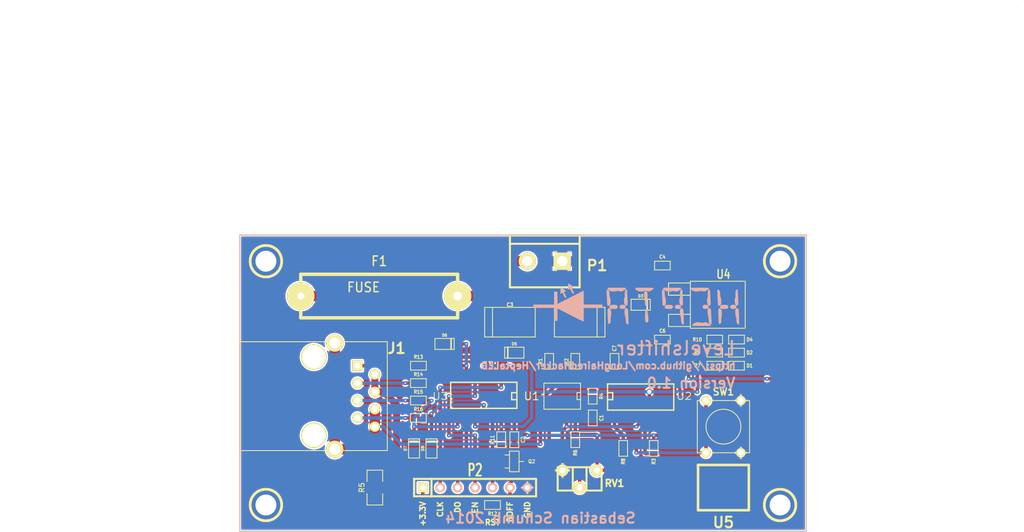
<source format=kicad_pcb>
(kicad_pcb (version 3) (host pcbnew "(2013-may-18)-stable")
  (layers (15 F.Cu signal) (0 B.Cu signal) (18 B.Paste user) (19 F.Paste user) (20 B.SilkS user) (21 F.SilkS user) (22 B.Mask user) (23 F.Mask user) (28 Edge.Cuts user))
  (net 0 "")
  (net 1 +24V)
  (net 2 +3.3V)
  (net 3 +5V)
  (net 4 3.3_Clock)
  (net 5 3.3_Data_Out)
  (net 6 3.3_Enable)
  (net 7 3.3_Reset)
  (net 8 BusOff)
  (net 9 Clock)
  (net 10 Data_Out)
  (net 11 Enable)
  (net 12 GND)
  (net 13 N-0000010)
  (net 14 N-0000015)
  (net 15 N-0000016)
  (net 16 N-0000017)
  (net 17 N-0000018)
  (net 18 N-0000019)
  (net 19 N-000002)
  (net 20 N-0000022)
  (net 21 N-0000028)
  (net 22 N-0000029)
  (net 23 N-0000030)
  (net 24 N-0000031)
  (net 25 N-0000032)
  (net 26 N-0000033)
  (net 27 N-000004)
  (net 28 N-000007)
  (net 29 PowerOn)
  (net 30 Reset)
  (net 31 Sense)
  (net 32 Shutdown)
  (module trimmer_piher_pt6xh (layer F.Cu) (at 168.275 80.01)
    (fp_text reference RV1 (at 5.08 0.635) (layer F.SilkS) (effects (font (thickness 0.25))))
    (fp_text value POT hide)
    (pad 1 thru_hole circle (at 2.49936 -1.24968) (size 1.75006 1.75006) (drill 0.89916) (layers *.Cu *.Mask F.SilkS) (net 3 +5V))
    (pad 2 thru_hole circle (at 0 1.24968) (size 1.75006 1.75006) (drill 0.89916) (layers *.Cu *.Mask F.SilkS) (net 20 N-0000022))
    (pad 3 thru_hole circle (at -2.49936 -1.24968) (size 1.75006 1.75006) (drill 0.89916) (layers *.Cu *.Mask F.SilkS) (net 12 GND))
  )
  (module SW_PUSH_SMALL (layer F.Cu) (at 189.23 72.39 90)
    (fp_text reference SW1 (at 5.08 0 180) (layer F.SilkS) (effects (font (size 1.016 1.016) (thickness 0.2032))))
    (fp_text value SW_PUSH hide)
    (pad 1 thru_hole circle (at 3.81 -2.54 90) (size 1.397 1.397) (drill 0.8128) (layers *.Cu *.Mask F.SilkS) (net 13 N-0000010))
    (pad 2 thru_hole circle (at 3.81 2.54 90) (size 1.397 1.397) (drill 0.8128) (layers *.Cu *.Mask F.SilkS) (net 12 GND))
    (pad 1 thru_hole circle (at -3.81 -2.54 90) (size 1.397 1.397) (drill 0.8128) (layers *.Cu *.Mask F.SilkS) (net 13 N-0000010))
    (pad 2 thru_hole circle (at -3.81 2.54 90) (size 1.397 1.397) (drill 0.8128) (layers *.Cu *.Mask F.SilkS) (net 12 GND))
  )
  (module sot23 (layer F.Cu) (at 158.75 77.47 270)
    (fp_text reference Q2 (at 0 -2.54 360) (layer F.SilkS) (effects (font (size 0.50038 0.50038) (thickness 0.09906))))
    (fp_text value NDS355 hide)
    (pad 1 smd rect (at -0.9525 1.05664 270) (size 0.59944 1.00076) (layers F.Cu F.Paste F.Mask) (net 18 N-0000019))
    (pad 2 smd rect (at 0 -1.05664 270) (size 0.59944 1.00076) (layers F.Cu F.Paste F.Mask) (net 27 N-000004))
    (pad 3 smd rect (at 0.9525 1.05664 270) (size 0.59944 1.00076) (layers F.Cu F.Paste F.Mask) (net 12 GND))
  )
  (module sod123 (layer F.Cu) (at 177.165 54.61)
    (fp_text reference D3 (at 0 -1.27) (layer F.SilkS) (effects (font (size 0.39878 0.39878) (thickness 0.09906))))
    (fp_text value BAT42W hide)
    (pad 2 smd rect (at 1.67386 0) (size 0.8509 0.8509) (layers F.Cu F.Paste F.Mask) (net 1 +24V))
    (pad 1 smd rect (at -1.67386 0) (size 0.8509 0.8509) (layers F.Cu F.Paste F.Mask) (net 3 +5V))
  )
  (module SO8E (layer F.Cu) (at 165.735 67.945 180)
    (fp_text reference U1 (at 4.445 0 180) (layer F.SilkS) (effects (font (size 1.143 1.143) (thickness 0.1524))))
    (fp_text value LM358 hide)
    (pad 8 smd rect (at -1.905 -2.667 180) (size 0.59944 1.39954) (layers F.Cu F.Paste F.Mask) (net 3 +5V))
    (pad 1 smd rect (at -1.905 2.667 180) (size 0.59944 1.39954) (layers F.Cu F.Paste F.Mask) (net 21 N-0000028))
    (pad 7 smd rect (at -0.635 -2.667 180) (size 0.59944 1.39954) (layers F.Cu F.Paste F.Mask) (net 32 Shutdown))
    (pad 6 smd rect (at 0.635 -2.667 180) (size 0.59944 1.39954) (layers F.Cu F.Paste F.Mask) (net 19 N-000002))
    (pad 5 smd rect (at 1.905 -2.667 180) (size 0.59944 1.39954) (layers F.Cu F.Paste F.Mask) (net 20 N-0000022))
    (pad 2 smd rect (at -0.635 2.667 180) (size 0.59944 1.39954) (layers F.Cu F.Paste F.Mask) (net 26 N-0000033))
    (pad 3 smd rect (at 0.635 2.667 180) (size 0.59944 1.39954) (layers F.Cu F.Paste F.Mask) (net 31 Sense))
    (pad 4 smd rect (at 1.905 2.667 180) (size 0.59944 1.39954) (layers F.Cu F.Paste F.Mask) (net 12 GND))
  )
  (module SM1206 (layer F.Cu) (at 138.43 81.28 270)
    (fp_text reference R5 (at 0 1.905 270) (layer F.SilkS) (effects (font (size 0.762 0.762) (thickness 0.127))))
    (fp_text value 0.05 hide)
    (pad 1 smd rect (at -1.651 0 270) (size 1.524 2.032) (layers F.Cu F.Paste F.Mask) (net 31 Sense))
    (pad 2 smd rect (at 1.651 0 270) (size 1.524 2.032) (layers F.Cu F.Paste F.Mask) (net 12 GND))
  )
  (module SM0603 (layer F.Cu) (at 191.135 63.5)
    (fp_text reference D1 (at 1.905 0) (layer F.SilkS) (effects (font (size 0.508 0.4572) (thickness 0.1143))))
    (fp_text value LED hide)
    (pad 1 smd rect (at -0.762 0) (size 0.635 1.143) (layers F.Cu F.Paste F.Mask) (net 28 N-000007))
    (pad 2 smd rect (at 0.762 0) (size 0.635 1.143) (layers F.Cu F.Paste F.Mask) (net 12 GND))
  )
  (module SM0603 (layer F.Cu) (at 174.625 75.565 270)
    (fp_text reference R8 (at 1.905 0 270) (layer F.SilkS) (effects (font (size 0.508 0.4572) (thickness 0.1143))))
    (fp_text value 1k hide)
    (pad 1 smd rect (at -0.762 0 270) (size 0.635 1.143) (layers F.Cu F.Paste F.Mask) (net 13 N-0000010))
    (pad 2 smd rect (at 0.762 0 270) (size 0.635 1.143) (layers F.Cu F.Paste F.Mask) (net 3 +5V))
  )
  (module SM0603 (layer F.Cu) (at 167.64 74.295 270)
    (fp_text reference R6 (at 1.905 0 270) (layer F.SilkS) (effects (font (size 0.508 0.4572) (thickness 0.1143))))
    (fp_text value 1k hide)
    (pad 1 smd rect (at -0.762 0 270) (size 0.635 1.143) (layers F.Cu F.Paste F.Mask) (net 3 +5V))
    (pad 2 smd rect (at 0.762 0 270) (size 0.635 1.143) (layers F.Cu F.Paste F.Mask) (net 32 Shutdown))
  )
  (module SM0603 (layer F.Cu) (at 179.07 75.565 270)
    (fp_text reference R3 (at 1.905 0 270) (layer F.SilkS) (effects (font (size 0.508 0.4572) (thickness 0.1143))))
    (fp_text value 1k hide)
    (pad 1 smd rect (at -0.762 0 270) (size 0.635 1.143) (layers F.Cu F.Paste F.Mask) (net 3 +5V))
    (pad 2 smd rect (at 0.762 0 270) (size 0.635 1.143) (layers F.Cu F.Paste F.Mask) (net 29 PowerOn))
  )
  (module SM0603 (layer F.Cu) (at 187.96 63.5)
    (fp_text reference R7 (at -2.54 0) (layer F.SilkS) (effects (font (size 0.508 0.4572) (thickness 0.1143))))
    (fp_text value 1k hide)
    (pad 1 smd rect (at -0.762 0) (size 0.635 1.143) (layers F.Cu F.Paste F.Mask) (net 8 BusOff))
    (pad 2 smd rect (at 0.762 0) (size 0.635 1.143) (layers F.Cu F.Paste F.Mask) (net 28 N-000007))
  )
  (module SM0603 (layer F.Cu) (at 167.64 62.865 270)
    (fp_text reference R2 (at 0 1.27 270) (layer F.SilkS) (effects (font (size 0.508 0.4572) (thickness 0.1143))))
    (fp_text value 90k hide)
    (pad 1 smd rect (at -0.762 0 270) (size 0.635 1.143) (layers F.Cu F.Paste F.Mask) (net 26 N-0000033))
    (pad 2 smd rect (at 0.762 0 270) (size 0.635 1.143) (layers F.Cu F.Paste F.Mask) (net 21 N-0000028))
  )
  (module SM0603 (layer F.Cu) (at 158.75 74.295 270)
    (fp_text reference C2 (at 0 -1.27 270) (layer F.SilkS) (effects (font (size 0.508 0.4572) (thickness 0.1143))))
    (fp_text value 100nF hide)
    (pad 1 smd rect (at -0.762 0 270) (size 0.635 1.143) (layers F.Cu F.Paste F.Mask) (net 3 +5V))
    (pad 2 smd rect (at 0.762 0 270) (size 0.635 1.143) (layers F.Cu F.Paste F.Mask) (net 12 GND))
  )
  (module SM0603 (layer F.Cu) (at 170.18 67.945 270)
    (fp_text reference R4 (at 0 -1.27 270) (layer F.SilkS) (effects (font (size 0.508 0.4572) (thickness 0.1143))))
    (fp_text value 100k hide)
    (pad 1 smd rect (at -0.762 0 270) (size 0.635 1.143) (layers F.Cu F.Paste F.Mask) (net 21 N-0000028))
    (pad 2 smd rect (at 0.762 0 270) (size 0.635 1.143) (layers F.Cu F.Paste F.Mask) (net 19 N-000002))
  )
  (module SM0603 (layer F.Cu) (at 170.18 71.12 270)
    (fp_text reference C1 (at 0 -1.27 270) (layer F.SilkS) (effects (font (size 0.508 0.4572) (thickness 0.1143))))
    (fp_text value 100nF hide)
    (pad 1 smd rect (at -0.762 0 270) (size 0.635 1.143) (layers F.Cu F.Paste F.Mask) (net 19 N-000002))
    (pad 2 smd rect (at 0.762 0 270) (size 0.635 1.143) (layers F.Cu F.Paste F.Mask) (net 12 GND))
  )
  (module SM0603 (layer F.Cu) (at 173.355 62.865 90)
    (fp_text reference C7 (at 1.905 0 90) (layer F.SilkS) (effects (font (size 0.508 0.4572) (thickness 0.1143))))
    (fp_text value 100nF hide)
    (pad 1 smd rect (at -0.762 0 90) (size 0.635 1.143) (layers F.Cu F.Paste F.Mask) (net 3 +5V))
    (pad 2 smd rect (at 0.762 0 90) (size 0.635 1.143) (layers F.Cu F.Paste F.Mask) (net 12 GND))
  )
  (module SM0603 (layer F.Cu) (at 155.575 83.82)
    (fp_text reference R12 (at 0 1.27) (layer F.SilkS) (effects (font (size 0.508 0.4572) (thickness 0.1143))))
    (fp_text value 1k hide)
    (pad 1 smd rect (at -0.762 0) (size 0.635 1.143) (layers F.Cu F.Paste F.Mask) (net 2 +3.3V))
    (pad 2 smd rect (at 0.762 0) (size 0.635 1.143) (layers F.Cu F.Paste F.Mask) (net 27 N-000004))
  )
  (module SM0603 (layer F.Cu) (at 156.845 74.295 270)
    (fp_text reference R11 (at 0 1.27 270) (layer F.SilkS) (effects (font (size 0.508 0.4572) (thickness 0.1143))))
    (fp_text value 1k hide)
    (pad 1 smd rect (at -0.762 0 270) (size 0.635 1.143) (layers F.Cu F.Paste F.Mask) (net 8 BusOff))
    (pad 2 smd rect (at 0.762 0 270) (size 0.635 1.143) (layers F.Cu F.Paste F.Mask) (net 18 N-0000019))
  )
  (module SM0603 (layer F.Cu) (at 180.34 48.895 180)
    (fp_text reference C4 (at 0 1.27 180) (layer F.SilkS) (effects (font (size 0.508 0.4572) (thickness 0.1143))))
    (fp_text value 100nF hide)
    (pad 1 smd rect (at -0.762 0 180) (size 0.635 1.143) (layers F.Cu F.Paste F.Mask) (net 1 +24V))
    (pad 2 smd rect (at 0.762 0 180) (size 0.635 1.143) (layers F.Cu F.Paste F.Mask) (net 12 GND))
  )
  (module SM0603 (layer F.Cu) (at 163.83 62.865 270)
    (fp_text reference R1 (at 0 1.27 270) (layer F.SilkS) (effects (font (size 0.508 0.4572) (thickness 0.1143))))
    (fp_text value 10k hide)
    (pad 1 smd rect (at -0.762 0 270) (size 0.635 1.143) (layers F.Cu F.Paste F.Mask) (net 26 N-0000033))
    (pad 2 smd rect (at 0.762 0 270) (size 0.635 1.143) (layers F.Cu F.Paste F.Mask) (net 12 GND))
  )
  (module SM0603 (layer F.Cu) (at 191.135 61.595)
    (fp_text reference D2 (at 1.905 0) (layer F.SilkS) (effects (font (size 0.508 0.4572) (thickness 0.1143))))
    (fp_text value LED hide)
    (pad 1 smd rect (at -0.762 0) (size 0.635 1.143) (layers F.Cu F.Paste F.Mask) (net 25 N-0000032))
    (pad 2 smd rect (at 0.762 0) (size 0.635 1.143) (layers F.Cu F.Paste F.Mask) (net 12 GND))
  )
  (module SM0603 (layer F.Cu) (at 187.96 61.595)
    (fp_text reference R9 (at -2.54 0) (layer F.SilkS) (effects (font (size 0.508 0.4572) (thickness 0.1143))))
    (fp_text value 1k hide)
    (pad 1 smd rect (at -0.762 0) (size 0.635 1.143) (layers F.Cu F.Paste F.Mask) (net 1 +24V))
    (pad 2 smd rect (at 0.762 0) (size 0.635 1.143) (layers F.Cu F.Paste F.Mask) (net 25 N-0000032))
  )
  (module SM0603 (layer F.Cu) (at 191.135 59.69)
    (fp_text reference D4 (at 1.905 0) (layer F.SilkS) (effects (font (size 0.508 0.4572) (thickness 0.1143))))
    (fp_text value LED hide)
    (pad 1 smd rect (at -0.762 0) (size 0.635 1.143) (layers F.Cu F.Paste F.Mask) (net 23 N-0000030))
    (pad 2 smd rect (at 0.762 0) (size 0.635 1.143) (layers F.Cu F.Paste F.Mask) (net 12 GND))
  )
  (module SM0603 (layer F.Cu) (at 187.96 59.69)
    (fp_text reference R10 (at -2.54 0) (layer F.SilkS) (effects (font (size 0.508 0.4572) (thickness 0.1143))))
    (fp_text value 1k hide)
    (pad 1 smd rect (at -0.762 0) (size 0.635 1.143) (layers F.Cu F.Paste F.Mask) (net 3 +5V))
    (pad 2 smd rect (at 0.762 0) (size 0.635 1.143) (layers F.Cu F.Paste F.Mask) (net 23 N-0000030))
  )
  (module SM0603 (layer F.Cu) (at 180.34 59.69 180)
    (fp_text reference C6 (at 0 1.27 180) (layer F.SilkS) (effects (font (size 0.508 0.4572) (thickness 0.1143))))
    (fp_text value 100nF hide)
    (pad 1 smd rect (at -0.762 0 180) (size 0.635 1.143) (layers F.Cu F.Paste F.Mask) (net 3 +5V))
    (pad 2 smd rect (at 0.762 0 180) (size 0.635 1.143) (layers F.Cu F.Paste F.Mask) (net 12 GND))
  )
  (module RJ45_MEBP_8-8G (layer F.Cu) (at 129.54 67.945 270)
    (fp_text reference J1 (at -6.985 -12.065 360) (layer F.SilkS) (effects (font (size 1.524 1.524) (thickness 0.3048))))
    (fp_text value RJ45 hide)
    (pad "" thru_hole circle (at 5.715 0 270) (size 3.64998 3.64998) (drill 3.2512) (layers *.Cu *.Mask F.SilkS))
    (pad "" thru_hole circle (at -5.715 0 270) (size 3.64998 3.64998) (drill 3.2512) (layers *.Cu *.Mask F.SilkS))
    (pad 1 thru_hole rect (at -4.445 -6.35 270) (size 1.50114 1.50114) (drill 0.89916) (layers *.Cu *.Mask F.SilkS) (net 9 Clock))
    (pad 2 thru_hole circle (at -3.175 -8.89 270) (size 1.50114 1.50114) (drill 0.89916) (layers *.Cu *.Mask F.SilkS) (net 24 N-0000031))
    (pad 3 thru_hole circle (at -1.905 -6.35 270) (size 1.50114 1.50114) (drill 0.89916) (layers *.Cu *.Mask F.SilkS) (net 11 Enable))
    (pad 4 thru_hole circle (at -0.635 -8.89 270) (size 1.50114 1.50114) (drill 0.89916) (layers *.Cu *.Mask F.SilkS) (net 24 N-0000031))
    (pad 5 thru_hole circle (at 0.635 -6.35 270) (size 1.50114 1.50114) (drill 0.89916) (layers *.Cu *.Mask F.SilkS) (net 10 Data_Out))
    (pad 6 thru_hole circle (at 1.905 -8.89 270) (size 1.50114 1.50114) (drill 0.89916) (layers *.Cu *.Mask F.SilkS) (net 31 Sense))
    (pad 7 thru_hole circle (at 3.175 -6.35 270) (size 1.50114 1.50114) (drill 0.89916) (layers *.Cu *.Mask F.SilkS) (net 30 Reset))
    (pad 8 thru_hole circle (at 4.445 -8.89 270) (size 1.50114 1.50114) (drill 0.89916) (layers *.Cu *.Mask F.SilkS) (net 31 Sense))
    (pad 9 thru_hole circle (at -7.745 -3.05 270) (size 2.5 2.5) (drill 1.6) (layers *.Cu *.Mask F.SilkS) (net 31 Sense))
    (pad 10 thru_hole circle (at 7.747 -3.05 270) (size 2.5 2.5) (drill 1.6) (layers *.Cu *.Mask F.SilkS))
  )
  (module DPAK2 (layer F.Cu) (at 182.88 54.61 270)
    (fp_text reference U4 (at -4.445 -6.35 360) (layer F.SilkS) (effects (font (size 1.27 1.016) (thickness 0.2032))))
    (fp_text value TS2937 hide)
    (pad 1 smd rect (at -2.286 0 270) (size 1.651 3.048) (layers F.Cu F.Paste F.Mask) (net 1 +24V))
    (pad 2 smd rect (at 0 -6.35 270) (size 6.096 6.096) (layers F.Cu F.Paste F.Mask) (net 12 GND))
    (pad 3 smd rect (at 2.286 0 270) (size 1.651 3.048) (layers F.Cu F.Paste F.Mask) (net 3 +5V))
  )
  (module c_tant_D (layer F.Cu) (at 168.275 57.15)
    (fp_text reference C5 (at 0 -2.54) (layer F.SilkS) (effects (font (size 0.50038 0.50038) (thickness 0.11938))))
    (fp_text value 10uF hide)
    (pad 1 smd rect (at 2.99974 0) (size 2.55016 2.70002) (layers F.Cu F.Paste F.Mask) (net 3 +5V))
    (pad 2 smd rect (at -2.99974 0) (size 2.55016 3.79984) (layers F.Cu F.Paste F.Mask) (net 12 GND))
  )
  (module c_tant_D (layer F.Cu) (at 158.115 57.15 180)
    (fp_text reference C3 (at 0 2.54 180) (layer F.SilkS) (effects (font (size 0.50038 0.50038) (thickness 0.11938))))
    (fp_text value 10uF hide)
    (pad 1 smd rect (at 2.99974 0 180) (size 2.55016 2.70002) (layers F.Cu F.Paste F.Mask) (net 1 +24V))
    (pad 2 smd rect (at -2.99974 0 180) (size 2.55016 3.79984) (layers F.Cu F.Paste F.Mask) (net 12 GND))
  )
  (module bornier2 (layer F.Cu) (at 163.195 48.26 180)
    (fp_text reference P1 (at -7.62 -0.635 180) (layer F.SilkS) (effects (font (size 1.524 1.524) (thickness 0.3048))))
    (fp_text value CONN_2 hide)
    (pad 1 thru_hole rect (at -2.54 0 180) (size 2.54 2.54) (drill 1.524) (layers *.Cu *.Mask F.SilkS) (net 12 GND))
    (pad 2 thru_hole circle (at 2.54 0 180) (size 2.54 2.54) (drill 1.524) (layers *.Cu *.Mask F.SilkS) (net 22 N-0000029))
  )
  (module SO14E (layer F.Cu) (at 154.305 67.945 180)
    (fp_text reference U3 (at 6.35 0 180) (layer F.SilkS) (effects (font (size 1.016 1.143) (thickness 0.127))))
    (fp_text value 74HCT125 hide)
    (pad 1 smd rect (at -3.81 2.794 180) (size 0.508 1.143) (layers F.Cu F.Paste F.Mask) (net 8 BusOff))
    (pad 2 smd rect (at -2.54 2.794 180) (size 0.508 1.143) (layers F.Cu F.Paste F.Mask) (net 4 3.3_Clock))
    (pad 3 smd rect (at -1.27 2.794 180) (size 0.508 1.143) (layers F.Cu F.Paste F.Mask) (net 17 N-0000018))
    (pad 4 smd rect (at 0 2.794 180) (size 0.508 1.143) (layers F.Cu F.Paste F.Mask) (net 8 BusOff))
    (pad 5 smd rect (at 1.27 2.794 180) (size 0.508 1.143) (layers F.Cu F.Paste F.Mask) (net 6 3.3_Enable))
    (pad 6 smd rect (at 2.54 2.794 180) (size 0.508 1.143) (layers F.Cu F.Paste F.Mask) (net 16 N-0000017))
    (pad 7 smd rect (at 3.81 2.794 180) (size 0.508 1.143) (layers F.Cu F.Paste F.Mask) (net 12 GND))
    (pad 8 smd rect (at 3.81 -2.54 180) (size 0.508 1.143) (layers F.Cu F.Paste F.Mask) (net 15 N-0000016))
    (pad 9 smd rect (at 2.54 -2.54 180) (size 0.508 1.143) (layers F.Cu F.Paste F.Mask) (net 5 3.3_Data_Out))
    (pad 10 smd rect (at 1.27 -2.54 180) (size 0.508 1.143) (layers F.Cu F.Paste F.Mask) (net 8 BusOff))
    (pad 11 smd rect (at 0 -2.54 180) (size 0.508 1.143) (layers F.Cu F.Paste F.Mask) (net 14 N-0000015))
    (pad 12 smd rect (at -1.27 -2.54 180) (size 0.508 1.143) (layers F.Cu F.Paste F.Mask) (net 7 3.3_Reset))
    (pad 13 smd rect (at -2.54 -2.54 180) (size 0.508 1.143) (layers F.Cu F.Paste F.Mask) (net 8 BusOff))
    (pad 14 smd rect (at -3.81 -2.54 180) (size 0.508 1.143) (layers F.Cu F.Paste F.Mask) (net 3 +5V))
  )
  (module SIL-7 (layer F.Cu) (at 153.035 81.28)
    (fp_text reference P2 (at 0 -2.54) (layer F.SilkS) (effects (font (size 1.72974 1.08712) (thickness 0.3048))))
    (fp_text value CONN_7 hide)
    (pad 1 thru_hole rect (at -7.62 0) (size 1.397 1.397) (drill 0.8128) (layers *.Cu *.Mask F.SilkS) (net 2 +3.3V))
    (pad 2 thru_hole circle (at -5.08 0) (size 1.397 1.397) (drill 0.8128) (layers *.Cu *.SilkS *.Mask) (net 4 3.3_Clock))
    (pad 3 thru_hole circle (at -2.54 0) (size 1.397 1.397) (drill 0.8128) (layers *.Cu *.SilkS *.Mask) (net 5 3.3_Data_Out))
    (pad 4 thru_hole circle (at 0 0) (size 1.397 1.397) (drill 0.8128) (layers *.Cu *.SilkS *.Mask) (net 6 3.3_Enable))
    (pad 5 thru_hole circle (at 2.54 0) (size 1.397 1.397) (drill 0.8128) (layers *.Cu *.SilkS *.Mask) (net 7 3.3_Reset))
    (pad 6 thru_hole circle (at 5.08 0) (size 1.397 1.397) (drill 0.8128) (layers *.Cu *.SilkS *.Mask) (net 27 N-000004))
    (pad 7 thru_hole circle (at 7.62 0) (size 1.397 1.397) (drill 0.8128) (layers *.Cu *.SilkS *.Mask) (net 12 GND))
  )
  (module 1pin (layer F.Cu) (at 122.555 48.26)
    (fp_text reference 1PIN hide)
    (fp_text value P*** hide)
    (pad 1 thru_hole circle (at 0 0) (size 4.5 4.5) (drill 3.048) (layers *.Cu *.Mask))
  )
  (module 1pin (layer F.Cu) (at 197.485 48.26)
    (fp_text reference 1PIN hide)
    (fp_text value P*** hide)
    (pad 1 thru_hole circle (at 0 0) (size 4.5 4.5) (drill 3.048) (layers *.Cu *.Mask))
  )
  (module 1pin (layer F.Cu) (at 197.485 83.82)
    (fp_text reference 1PIN hide)
    (fp_text value P*** hide)
    (pad 1 thru_hole circle (at 0 0) (size 4.5 4.5) (drill 3.048) (layers *.Cu *.Mask))
  )
  (module 1pin (layer F.Cu) (at 122.555 83.82)
    (fp_text reference 1PIN hide)
    (fp_text value P*** hide)
    (pad 1 thru_hole circle (at 0 0) (size 4.5 4.5) (drill 3.048) (layers *.Cu *.Mask))
  )
  (module logo_silkbot_30_00mm (layer B.Cu) (at 176.53 54.61)
    (fp_text reference G*** hide)
    (fp_text value logo_silkbot_30_00mm hide)
  )
  (module sod123 (layer F.Cu) (at 158.75 61.595 180)
    (fp_text reference D5 (at 0 1.27 180) (layer F.SilkS) (effects (font (size 0.39878 0.39878) (thickness 0.09906))))
    (fp_text value ZENER_5.6V hide)
    (pad 2 smd rect (at 1.67386 0 180) (size 0.8509 0.8509) (layers F.Cu F.Paste F.Mask) (net 17 N-0000018))
    (pad 1 smd rect (at -1.67386 0 180) (size 0.8509 0.8509) (layers F.Cu F.Paste F.Mask) (net 12 GND))
  )
  (module sod123 (layer F.Cu) (at 148.59 60.325)
    (fp_text reference D6 (at 0 -1.27) (layer F.SilkS) (effects (font (size 0.39878 0.39878) (thickness 0.09906))))
    (fp_text value ZENER_5.6V hide)
    (pad 2 smd rect (at 1.67386 0) (size 0.8509 0.8509) (layers F.Cu F.Paste F.Mask) (net 16 N-0000017))
    (pad 1 smd rect (at -1.67386 0) (size 0.8509 0.8509) (layers F.Cu F.Paste F.Mask) (net 12 GND))
  )
  (module sod123 (layer F.Cu) (at 144.145 75.565 90)
    (fp_text reference D7 (at 0 -1.27 90) (layer F.SilkS) (effects (font (size 0.39878 0.39878) (thickness 0.09906))))
    (fp_text value ZENER_5.6V hide)
    (pad 2 smd rect (at 1.67386 0 90) (size 0.8509 0.8509) (layers F.Cu F.Paste F.Mask) (net 15 N-0000016))
    (pad 1 smd rect (at -1.67386 0 90) (size 0.8509 0.8509) (layers F.Cu F.Paste F.Mask) (net 12 GND))
  )
  (module sod123 (layer F.Cu) (at 146.685 75.565 90)
    (fp_text reference D8 (at 0 -1.27 90) (layer F.SilkS) (effects (font (size 0.39878 0.39878) (thickness 0.09906))))
    (fp_text value ZENER_5.6V hide)
    (pad 2 smd rect (at 1.67386 0 90) (size 0.8509 0.8509) (layers F.Cu F.Paste F.Mask) (net 14 N-0000015))
    (pad 1 smd rect (at -1.67386 0 90) (size 0.8509 0.8509) (layers F.Cu F.Paste F.Mask) (net 12 GND))
  )
  (module SM0603 (layer F.Cu) (at 144.78 63.5 180)
    (fp_text reference R13 (at 0 1.27 180) (layer F.SilkS) (effects (font (size 0.508 0.4572) (thickness 0.1143))))
    (fp_text value 1k hide)
    (pad 1 smd rect (at -0.762 0 180) (size 0.635 1.143) (layers F.Cu F.Paste F.Mask) (net 17 N-0000018))
    (pad 2 smd rect (at 0.762 0 180) (size 0.635 1.143) (layers F.Cu F.Paste F.Mask) (net 9 Clock))
  )
  (module SM0603 (layer F.Cu) (at 144.78 66.04 180)
    (fp_text reference R14 (at 0 1.27 180) (layer F.SilkS) (effects (font (size 0.508 0.4572) (thickness 0.1143))))
    (fp_text value 1k hide)
    (pad 1 smd rect (at -0.762 0 180) (size 0.635 1.143) (layers F.Cu F.Paste F.Mask) (net 16 N-0000017))
    (pad 2 smd rect (at 0.762 0 180) (size 0.635 1.143) (layers F.Cu F.Paste F.Mask) (net 11 Enable))
  )
  (module SM0603 (layer F.Cu) (at 144.78 68.58 180)
    (fp_text reference R15 (at 0 1.27 180) (layer F.SilkS) (effects (font (size 0.508 0.4572) (thickness 0.1143))))
    (fp_text value 1k hide)
    (pad 1 smd rect (at -0.762 0 180) (size 0.635 1.143) (layers F.Cu F.Paste F.Mask) (net 15 N-0000016))
    (pad 2 smd rect (at 0.762 0 180) (size 0.635 1.143) (layers F.Cu F.Paste F.Mask) (net 10 Data_Out))
  )
  (module SM0603 (layer F.Cu) (at 144.78 71.12 180)
    (fp_text reference R16 (at 0 1.27 180) (layer F.SilkS) (effects (font (size 0.508 0.4572) (thickness 0.1143))))
    (fp_text value 1k hide)
    (pad 1 smd rect (at -0.762 0 180) (size 0.635 1.143) (layers F.Cu F.Paste F.Mask) (net 14 N-0000015))
    (pad 2 smd rect (at 0.762 0 180) (size 0.635 1.143) (layers F.Cu F.Paste F.Mask) (net 30 Reset))
  )
  (module SO14E (layer F.Cu) (at 177.165 67.945)
    (fp_text reference U2 (at 6.35 0) (layer F.SilkS) (effects (font (size 1.016 1.143) (thickness 0.127))))
    (fp_text value 74HC74 hide)
    (pad 1 smd rect (at -3.81 2.794) (size 0.508 1.143) (layers F.Cu F.Paste F.Mask) (net 13 N-0000010))
    (pad 2 smd rect (at -2.54 2.794) (size 0.508 1.143) (layers F.Cu F.Paste F.Mask) (net 12 GND))
    (pad 3 smd rect (at -1.27 2.794) (size 0.508 1.143) (layers F.Cu F.Paste F.Mask) (net 12 GND))
    (pad 4 smd rect (at 0 2.794) (size 0.508 1.143) (layers F.Cu F.Paste F.Mask) (net 32 Shutdown))
    (pad 5 smd rect (at 1.27 2.794) (size 0.508 1.143) (layers F.Cu F.Paste F.Mask) (net 8 BusOff))
    (pad 6 smd rect (at 2.54 2.794) (size 0.508 1.143) (layers F.Cu F.Paste F.Mask) (net 29 PowerOn))
    (pad 7 smd rect (at 3.81 2.794) (size 0.508 1.143) (layers F.Cu F.Paste F.Mask) (net 12 GND))
    (pad 8 smd rect (at 3.81 -2.54) (size 0.508 1.143) (layers F.Cu F.Paste F.Mask))
    (pad 9 smd rect (at 2.54 -2.54) (size 0.508 1.143) (layers F.Cu F.Paste F.Mask))
    (pad 10 smd rect (at 1.27 -2.54) (size 0.508 1.143) (layers F.Cu F.Paste F.Mask))
    (pad 11 smd rect (at 0 -2.54) (size 0.508 1.143) (layers F.Cu F.Paste F.Mask))
    (pad 12 smd rect (at -1.27 -2.54) (size 0.508 1.143) (layers F.Cu F.Paste F.Mask))
    (pad 13 smd rect (at -2.54 -2.54) (size 0.508 1.143) (layers F.Cu F.Paste F.Mask))
    (pad 14 smd rect (at -3.81 -2.54) (size 0.508 1.143) (layers F.Cu F.Paste F.Mask) (net 3 +5V))
  )
  (module TO252-5L (layer F.Cu) (at 189.23 81.28 270)
    (fp_text reference U5 (at 5.08 0 360) (layer F.SilkS) (effects (font (size 1.524 1.524) (thickness 0.3048))))
    (fp_text value BTS462 hide)
    (pad 3 smd rect (at 0 0 270) (size 6.25094 6.79958) (layers F.Cu F.Paste F.Mask) (net 1 +24V) (clearance 0.14986))
    (pad 1 smd rect (at -2.54 6.59892 270) (size 0.81026 2.99974) (layers F.Cu F.Paste F.Mask) (net 12 GND))
    (pad 2 smd rect (at -1.27 6.59892 270) (size 0.81026 2.99974) (layers F.Cu F.Paste F.Mask) (net 29 PowerOn))
    (pad 4 smd rect (at 1.27 6.59892 270) (size 0.81026 2.99974) (layers F.Cu F.Paste F.Mask))
    (pad 5 smd rect (at 2.54 6.59892 270) (size 0.81026 2.99974) (layers F.Cu F.Paste F.Mask) (net 24 N-0000031))
  )
  (module fuse22.5 (layer F.Cu) (at 139.065 53.34)
    (fp_text reference F1 (at 0 -5.08) (layer F.SilkS) (effects (font (size 1.397 1.27) (thickness 0.2032))))
    (fp_text value FUSE (at -2.286 -1.27) (layer F.SilkS) (effects (font (size 1.397 1.27) (thickness 0.2032))))
    (pad 1 thru_hole circle (at -11.43 0) (size 4.0005 4.0005) (drill 1.00076) (layers *.Cu *.Mask F.SilkS) (net 22 N-0000029))
    (pad 2 thru_hole circle (at 11.43 0) (size 4.0005 4.0005) (drill 1.27) (layers *.Cu *.Mask F.SilkS) (net 1 +24V))
  )
  (gr_text https://github.com/LongHairedHacker/HeptaLED (at 191.135 63.5) (layer B.SilkS) (effects (font (size 1 1) (thickness 0.25)) (justify left mirror)))
  (gr_text "Sebastian Schumb 2014" (at 162.56 85.725) (layer B.SilkS) (effects (font (size 1.5 1.5) (thickness 0.3)) (justify mirror)))
  (gr_text "Version 1.0" (at 191.135 66.04) (layer B.SilkS) (effects (font (size 1.5 1.5) (thickness 0.3)) (justify left mirror)))
  (gr_text Levelshifter (at 191.135 60.96) (layer B.SilkS) (effects (font (size 2 2) (thickness 0.3)) (justify left mirror)))
  (gr_line (start 118.745 87.63) (end 118.745 44.45) (angle 90) (layer B.SilkS) (width 0.2))
  (gr_line (start 201.295 87.63) (end 118.745 87.63) (angle 90) (layer B.SilkS) (width 0.2))
  (gr_line (start 201.295 44.45) (end 201.295 87.63) (angle 90) (layer B.SilkS) (width 0.2))
  (gr_line (start 118.745 44.45) (end 201.295 44.45) (angle 90) (layer B.SilkS) (width 0.2))
  (gr_line (start 118.745 44.45) (end 118.745 87.63) (angle 90) (layer F.SilkS) (width 0.2))
  (gr_line (start 201.295 44.45) (end 118.745 44.45) (angle 90) (layer F.SilkS) (width 0.2))
  (gr_line (start 201.295 87.63) (end 201.295 44.45) (angle 90) (layer F.SilkS) (width 0.2))
  (gr_line (start 118.745 87.63) (end 201.295 87.63) (angle 90) (layer F.SilkS) (width 0.2))
  (gr_text GND (at 160.655 83.185 90) (layer F.SilkS) (effects (font (size 0.8 0.8) (thickness 0.2)) (justify right)))
  (gr_text BOFF (at 158.115 83.185 90) (layer F.SilkS) (effects (font (size 0.8 0.8) (thickness 0.2)) (justify right)))
  (gr_text RST (at 155.575 86.36) (layer F.SilkS) (effects (font (size 0.8 0.8) (thickness 0.2))))
  (gr_text EN (at 153.035 83.185 90) (layer F.SilkS) (effects (font (size 0.8 0.9) (thickness 0.2)) (justify right)))
  (gr_text DO (at 150.495 83.185 90) (layer F.SilkS) (effects (font (size 0.8 0.8) (thickness 0.2)) (justify right)))
  (gr_text CLK (at 147.955 83.185 90) (layer F.SilkS) (effects (font (size 0.8 0.8) (thickness 0.2)) (justify right)))
  (gr_text +3.3V (at 145.415 83.185 90) (layer F.SilkS) (effects (font (size 0.8 0.8) (thickness 0.2)) (justify right)))
  (gr_line (start 118.745 87.63) (end 201.295 87.63) (angle 90) (layer Edge.Cuts) (width 0.1))
  (gr_line (start 118.745 44.45) (end 201.295 44.45) (angle 90) (layer Edge.Cuts) (width 0.1))
  (gr_line (start 201.295 44.45) (end 201.295 87.63) (angle 90) (layer Edge.Cuts) (width 0.1))
  (gr_line (start 201.295 87.63) (end 201.295 74.93) (angle 90) (layer Edge.Cuts) (width 0.1))
  (gr_line (start 118.745 44.45) (end 118.745 87.63) (angle 90) (layer Edge.Cuts) (width 0.1))
  (target plus (at 233.045 10.16) (size 0.005) (width 0.1) (layer Edge.Cuts))
  (target plus (at 233.045 10.16) (size 0.005) (width 0.1) (layer Edge.Cuts))
  (segment (start 155.11526 57.15) (end 155.11526 53.34) (width 1.5) (layer F.Cu) (net 1))
  (segment (start 172.72 53.34) (end 155.575 53.34) (width 1.5) (layer F.Cu) (net 1))
  (segment (start 155.575 53.34) (end 151.13 53.34) (width 1.5) (layer F.Cu) (net 1))
  (segment (start 174.625 51.435) (end 172.72 53.34) (width 1.5) (layer F.Cu) (net 1))
  (segment (start 178.83886 52.324) (end 177.8 51.435) (width 1.5) (layer F.Cu) (net 1))
  (segment (start 177.8 51.435) (end 174.625 51.435) (width 1.5) (layer F.Cu) (net 1))
  (segment (start 151.13 53.34) (end 150.495 53.34) (width 1.5) (layer F.Cu) (net 1))
  (segment (start 181.102 48.895) (end 182.88 48.895) (width 0.5) (layer F.Cu) (net 1))
  (via (at 184.15 65.405) (size 0.6) (drill 0.2) (layers F.Cu B.Cu) (net 1))
  (segment (start 195.58 65.405) (end 184.15 65.405) (width 0.5) (layer B.Cu) (net 1))
  (segment (start 195.58 65.405) (end 195.58 65.405) (width 0.5) (layer F.Cu) (net 1))
  (segment (start 197.485 65.405) (end 195.58 65.405) (width 0.5) (layer F.Cu) (net 1))
  (via (at 195.58 65.405) (size 0.6) (drill 0.2) (layers F.Cu B.Cu) (net 1))
  (segment (start 185.42 61.595) (end 187.198 61.595) (width 0.5) (layer F.Cu) (net 1))
  (segment (start 184.15 62.865) (end 185.42 61.595) (width 0.5) (layer F.Cu) (net 1))
  (segment (start 184.15 62.865) (end 184.15 62.865) (width 0.5) (layer F.Cu) (net 1))
  (segment (start 184.15 65.405) (end 184.15 62.865) (width 0.5) (layer F.Cu) (net 1))
  (segment (start 197.485 53.975) (end 192.405 48.895) (width 1.5) (layer F.Cu) (net 1))
  (segment (start 193.675 81.28) (end 197.485 77.47) (width 1.5) (layer F.Cu) (net 1))
  (segment (start 189.23 81.28) (end 193.675 81.28) (width 1.5) (layer F.Cu) (net 1))
  (segment (start 197.485 53.975) (end 197.485 65.405) (width 1.5) (layer F.Cu) (net 1))
  (segment (start 197.485 65.405) (end 197.485 77.47) (width 1.5) (layer F.Cu) (net 1))
  (segment (start 182.88 50.165) (end 182.88 49.53) (width 1.5) (layer F.Cu) (net 1))
  (segment (start 182.88 49.53) (end 182.88 48.895) (width 1.5) (layer F.Cu) (net 1))
  (segment (start 182.88 50.165) (end 182.88 52.324) (width 1.5) (layer F.Cu) (net 1))
  (segment (start 192.405 48.895) (end 182.88 48.895) (width 1.5) (layer F.Cu) (net 1))
  (segment (start 178.83886 54.61) (end 178.83886 52.324) (width 0.5) (layer F.Cu) (net 1))
  (segment (start 179.07 52.705) (end 179.07 52.324) (width 0.5) (layer F.Cu) (net 1))
  (segment (start 179.07 52.55514) (end 179.07 52.705) (width 0.5) (layer F.Cu) (net 1))
  (segment (start 178.83886 52.324) (end 179.07 52.55514) (width 0.5) (layer F.Cu) (net 1))
  (segment (start 179.07 52.324) (end 182.88 52.324) (width 1.5) (layer F.Cu) (net 1))
  (segment (start 145.415 81.28) (end 145.415 83.185) (width 0.5) (layer F.Cu) (net 2))
  (segment (start 146.05 83.82) (end 145.415 83.185) (width 0.5) (layer F.Cu) (net 2))
  (segment (start 146.05 83.82) (end 154.813 83.82) (width 0.5) (layer F.Cu) (net 2))
  (segment (start 173.355 65.405) (end 173.355 63.627) (width 0.5) (layer F.Cu) (net 3))
  (segment (start 173.355 63.627) (end 182.88 63.627) (width 0.5) (layer F.Cu) (net 3))
  (segment (start 182.88 63.627) (end 182.88 63.5) (width 0.5) (layer F.Cu) (net 3))
  (via (at 179.07 73.66) (size 0.6) (drill 0.2) (layers F.Cu B.Cu) (net 3))
  (segment (start 176.53 73.66) (end 179.07 73.66) (width 0.5) (layer B.Cu) (net 3))
  (segment (start 170.815 73.66) (end 160.655 73.66) (width 0.5) (layer B.Cu) (net 3))
  (segment (start 160.655 73.66) (end 160.528 73.533) (width 0.5) (layer F.Cu) (net 3))
  (segment (start 160.528 73.533) (end 158.75 73.533) (width 0.5) (layer F.Cu) (net 3))
  (via (at 160.655 73.66) (size 0.6) (drill 0.2) (layers F.Cu B.Cu) (net 3))
  (segment (start 174.625 76.327) (end 174.625 77.47) (width 0.5) (layer F.Cu) (net 3))
  (segment (start 170.79468 78.74) (end 173.355 78.74) (width 0.5) (layer F.Cu) (net 3))
  (segment (start 173.355 78.74) (end 174.625 77.47) (width 0.5) (layer F.Cu) (net 3))
  (segment (start 170.79468 78.74) (end 170.77436 78.76032) (width 0.5) (layer F.Cu) (net 3))
  (via (at 170.815 73.66) (size 0.6) (drill 0.2) (layers F.Cu B.Cu) (net 3))
  (segment (start 170.815 73.66) (end 176.53 73.66) (width 0.5) (layer B.Cu) (net 3))
  (segment (start 170.815 73.66) (end 170.688 73.533) (width 0.5) (layer F.Cu) (net 3))
  (segment (start 170.815 78.71968) (end 170.815 74.295) (width 0.5) (layer F.Cu) (net 3))
  (segment (start 170.815 74.295) (end 170.815 73.66) (width 0.5) (layer F.Cu) (net 3))
  (segment (start 170.77436 78.76032) (end 170.815 78.71968) (width 0.5) (layer F.Cu) (net 3))
  (segment (start 170.688 73.533) (end 167.64 73.533) (width 0.5) (layer F.Cu) (net 3))
  (segment (start 158.115 70.485) (end 158.115 71.12) (width 0.5) (layer F.Cu) (net 3))
  (segment (start 158.75 71.755) (end 158.75 73.533) (width 0.5) (layer F.Cu) (net 3))
  (segment (start 158.115 71.12) (end 158.75 71.755) (width 0.5) (layer F.Cu) (net 3))
  (segment (start 182.88 59.69) (end 187.198 59.69) (width 0.5) (layer F.Cu) (net 3))
  (segment (start 179.07 73.66) (end 180.975 73.66) (width 0.5) (layer F.Cu) (net 3))
  (segment (start 180.975 73.66) (end 182.88 71.755) (width 0.5) (layer F.Cu) (net 3))
  (segment (start 179.07 73.66) (end 179.07 74.803) (width 0.5) (layer F.Cu) (net 3))
  (segment (start 182.88 71.755) (end 182.88 71.755) (width 0.5) (layer F.Cu) (net 3))
  (segment (start 182.88 71.755) (end 182.88 63.5) (width 0.5) (layer F.Cu) (net 3))
  (segment (start 182.88 63.5) (end 182.88 59.69) (width 0.5) (layer F.Cu) (net 3))
  (segment (start 181.102 59.69) (end 182.88 59.69) (width 0.5) (layer F.Cu) (net 3))
  (segment (start 182.88 56.896) (end 182.88 59.69) (width 0.5) (layer F.Cu) (net 3))
  (segment (start 175.49114 54.61) (end 175.49114 57.15) (width 0.5) (layer F.Cu) (net 3))
  (segment (start 175.49114 57.15) (end 175.26 57.15) (width 0.5) (layer F.Cu) (net 3))
  (segment (start 182.88 56.896) (end 178.054 56.896) (width 1.5) (layer F.Cu) (net 3))
  (segment (start 177.8 57.15) (end 175.26 57.15) (width 1.5) (layer F.Cu) (net 3))
  (segment (start 175.26 57.15) (end 171.27474 57.15) (width 1.5) (layer F.Cu) (net 3))
  (segment (start 178.054 56.896) (end 177.8 57.15) (width 1.5) (layer F.Cu) (net 3))
  (segment (start 167.64 73.533) (end 167.64 72.39) (width 0.5) (layer F.Cu) (net 3))
  (segment (start 167.64 72.39) (end 167.64 70.612) (width 0.5) (layer F.Cu) (net 3))
  (via (at 156.845 66.675) (size 0.6) (drill 0.2) (layers F.Cu B.Cu) (net 4))
  (segment (start 147.955 66.675) (end 156.845 66.675) (width 0.5) (layer B.Cu) (net 4))
  (segment (start 147.955 81.28) (end 147.955 66.675) (width 0.5) (layer F.Cu) (net 4))
  (via (at 147.955 66.675) (size 0.6) (drill 0.2) (layers F.Cu B.Cu) (net 4))
  (segment (start 156.845 66.675) (end 156.845 65.151) (width 0.5) (layer F.Cu) (net 4))
  (segment (start 151.765 70.485) (end 151.765 78.105) (width 0.5) (layer F.Cu) (net 5))
  (segment (start 150.495 79.375) (end 150.495 81.28) (width 0.5) (layer F.Cu) (net 5))
  (segment (start 151.765 78.105) (end 150.495 79.375) (width 0.5) (layer F.Cu) (net 5))
  (via (at 153.035 67.945) (size 0.6) (drill 0.2) (layers F.Cu B.Cu) (net 6))
  (segment (start 149.225 67.945) (end 153.035 67.945) (width 0.5) (layer B.Cu) (net 6))
  (via (at 149.225 73.66) (size 0.6) (drill 0.2) (layers F.Cu B.Cu) (net 6))
  (segment (start 153.035 73.66) (end 149.225 73.66) (width 0.5) (layer B.Cu) (net 6))
  (segment (start 153.035 81.28) (end 153.035 73.66) (width 0.5) (layer F.Cu) (net 6))
  (via (at 153.035 73.66) (size 0.6) (drill 0.2) (layers F.Cu B.Cu) (net 6))
  (segment (start 149.225 73.66) (end 149.225 67.945) (width 0.5) (layer F.Cu) (net 6))
  (via (at 149.225 67.945) (size 0.6) (drill 0.2) (layers F.Cu B.Cu) (net 6))
  (segment (start 153.035 67.945) (end 153.035 65.151) (width 0.5) (layer F.Cu) (net 6))
  (segment (start 155.575 81.28) (end 155.575 70.485) (width 0.5) (layer F.Cu) (net 7))
  (segment (start 178.435 70.739) (end 178.435 67.31) (width 0.5) (layer F.Cu) (net 8))
  (via (at 178.435 67.31) (size 0.889) (layers F.Cu B.Cu) (net 8))
  (segment (start 172.72 67.31) (end 161.925 67.31) (width 0.5) (layer B.Cu) (net 8))
  (segment (start 156.845 72.39) (end 156.845 73.533) (width 0.5) (layer F.Cu) (net 8))
  (via (at 185.42 67.31) (size 0.6) (drill 0.2) (layers F.Cu B.Cu) (net 8))
  (segment (start 176.53 67.31) (end 178.435 67.31) (width 0.5) (layer B.Cu) (net 8))
  (segment (start 178.435 67.31) (end 184.15 67.31) (width 0.5) (layer B.Cu) (net 8))
  (segment (start 173.99 67.31) (end 176.53 67.31) (width 0.5) (layer B.Cu) (net 8))
  (segment (start 172.72 67.31) (end 173.99 67.31) (width 0.5) (layer B.Cu) (net 8))
  (segment (start 184.785 67.31) (end 185.42 67.31) (width 0.5) (layer B.Cu) (net 8))
  (segment (start 184.15 67.31) (end 184.785 67.31) (width 0.5) (layer B.Cu) (net 8))
  (segment (start 185.42 64.135) (end 185.42 67.31) (width 0.5) (layer F.Cu) (net 8))
  (segment (start 185.42 64.135) (end 186.055 63.5) (width 0.5) (layer F.Cu) (net 8))
  (segment (start 186.055 63.5) (end 187.198 63.5) (width 0.5) (layer F.Cu) (net 8))
  (via (at 153.035 72.39) (size 0.6) (drill 0.2) (layers F.Cu B.Cu) (net 8))
  (segment (start 156.845 72.39) (end 153.035 72.39) (width 0.5) (layer B.Cu) (net 8))
  (segment (start 153.035 72.39) (end 153.035 70.485) (width 0.5) (layer F.Cu) (net 8))
  (segment (start 160.02 72.39) (end 156.845 72.39) (width 0.5) (layer B.Cu) (net 8))
  (via (at 156.845 72.39) (size 0.6) (drill 0.2) (layers F.Cu B.Cu) (net 8))
  (segment (start 154.305 65.151) (end 154.305 63.5) (width 0.5) (layer F.Cu) (net 8))
  (segment (start 156.845 72.39) (end 156.845 70.485) (width 0.5) (layer F.Cu) (net 8))
  (segment (start 161.925 67.31) (end 161.29 67.31) (width 0.5) (layer B.Cu) (net 8))
  (segment (start 161.29 67.31) (end 161.29 64.135) (width 0.5) (layer B.Cu) (net 8))
  (segment (start 160.02 63.5) (end 158.115 63.5) (width 0.5) (layer B.Cu) (net 8))
  (segment (start 160.655 63.5) (end 161.29 64.135) (width 0.5) (layer B.Cu) (net 8))
  (segment (start 160.02 63.5) (end 160.655 63.5) (width 0.5) (layer B.Cu) (net 8))
  (segment (start 161.29 71.12) (end 161.29 67.31) (width 0.5) (layer B.Cu) (net 8))
  (segment (start 161.29 71.12) (end 160.02 72.39) (width 0.5) (layer B.Cu) (net 8))
  (via (at 154.305 63.5) (size 0.6) (drill 0.2) (layers F.Cu B.Cu) (net 8))
  (segment (start 154.305 63.5) (end 158.115 63.5) (width 0.5) (layer B.Cu) (net 8))
  (segment (start 158.115 63.5) (end 158.115 65.151) (width 0.5) (layer F.Cu) (net 8))
  (via (at 158.115 63.5) (size 0.6) (drill 0.2) (layers F.Cu B.Cu) (net 8))
  (segment (start 144.018 63.5) (end 139.7 63.5) (width 0.5) (layer F.Cu) (net 9))
  (segment (start 139.065 63.5) (end 139.7 63.5) (width 0.5) (layer F.Cu) (net 9))
  (segment (start 139.065 63.5) (end 135.89 63.5) (width 0.5) (layer F.Cu) (net 9))
  (via (at 142.875 68.58) (size 0.6) (drill 0.2) (layers F.Cu B.Cu) (net 10))
  (segment (start 135.89 68.58) (end 142.875 68.58) (width 0.5) (layer B.Cu) (net 10))
  (segment (start 144.145 68.58) (end 144.018 68.58) (width 0.5) (layer F.Cu) (net 10))
  (segment (start 142.875 68.58) (end 144.145 68.58) (width 0.5) (layer F.Cu) (net 10))
  (segment (start 144.018 66.04) (end 142.875 66.04) (width 0.5) (layer F.Cu) (net 11))
  (segment (start 142.875 66.04) (end 142.875 66.04) (width 0.5) (layer F.Cu) (net 11))
  (segment (start 142.875 66.04) (end 135.89 66.04) (width 0.5) (layer B.Cu) (net 11))
  (via (at 142.875 66.04) (size 0.6) (drill 0.2) (layers F.Cu B.Cu) (net 11))
  (segment (start 163.83 65.278) (end 163.83 63.627) (width 0.5) (layer F.Cu) (net 12))
  (segment (start 174.625 74.803) (end 175.768 74.803) (width 0.5) (layer F.Cu) (net 13))
  (segment (start 176.53 76.2) (end 186.69 76.2) (width 0.5) (layer B.Cu) (net 13))
  (via (at 176.53 76.2) (size 0.6) (drill 0.2) (layers F.Cu B.Cu) (net 13))
  (segment (start 176.53 75.565) (end 176.53 76.2) (width 0.5) (layer F.Cu) (net 13))
  (segment (start 175.768 74.803) (end 176.53 75.565) (width 0.5) (layer F.Cu) (net 13))
  (segment (start 173.355 70.739) (end 173.355 72.39) (width 0.5) (layer F.Cu) (net 13))
  (segment (start 174.625 73.66) (end 174.625 74.803) (width 0.5) (layer F.Cu) (net 13))
  (segment (start 173.355 72.39) (end 174.625 73.66) (width 0.5) (layer F.Cu) (net 13))
  (segment (start 186.69 68.58) (end 186.69 76.2) (width 0.5) (layer F.Cu) (net 13))
  (segment (start 146.685 70.485) (end 146.685 73.89114) (width 0.5) (layer F.Cu) (net 14))
  (segment (start 145.542 71.12) (end 146.05 71.12) (width 0.5) (layer F.Cu) (net 14))
  (via (at 146.685 70.485) (size 0.6) (drill 0.2) (layers F.Cu B.Cu) (net 14))
  (segment (start 146.05 71.12) (end 146.685 70.485) (width 0.5) (layer F.Cu) (net 14))
  (segment (start 154.305 69.215) (end 147.955 69.215) (width 0.5) (layer B.Cu) (net 14))
  (segment (start 154.305 69.215) (end 154.305 70.485) (width 0.5) (layer F.Cu) (net 14))
  (via (at 154.305 69.215) (size 0.6) (drill 0.2) (layers F.Cu B.Cu) (net 14))
  (segment (start 147.955 69.215) (end 147.32 69.85) (width 0.5) (layer B.Cu) (net 14))
  (segment (start 147.32 69.85) (end 146.685 70.485) (width 0.5) (layer B.Cu) (net 14))
  (segment (start 146.685 70.485) (end 146.685 70.485) (width 0.5) (layer B.Cu) (net 14))
  (via (at 144.145 72.39) (size 0.6) (drill 0.2) (layers F.Cu B.Cu) (net 15))
  (segment (start 144.145 72.39) (end 144.145 73.89114) (width 0.5) (layer F.Cu) (net 15))
  (segment (start 144.145 72.39) (end 150.495 72.39) (width 0.5) (layer B.Cu) (net 15))
  (segment (start 150.495 70.485) (end 150.495 72.39) (width 0.5) (layer F.Cu) (net 15))
  (via (at 150.495 72.39) (size 0.6) (drill 0.2) (layers F.Cu B.Cu) (net 15))
  (via (at 146.685 68.58) (size 0.6) (drill 0.2) (layers F.Cu B.Cu) (net 15))
  (segment (start 146.685 68.58) (end 144.145 71.12) (width 0.5) (layer B.Cu) (net 15))
  (segment (start 144.145 71.12) (end 144.145 72.39) (width 0.5) (layer B.Cu) (net 15))
  (segment (start 146.685 68.58) (end 145.542 68.58) (width 0.5) (layer F.Cu) (net 15))
  (segment (start 150.26386 60.325) (end 151.13 60.325) (width 0.5) (layer F.Cu) (net 16))
  (segment (start 151.765 60.325) (end 151.765 63.5) (width 0.5) (layer B.Cu) (net 16))
  (via (at 151.765 60.325) (size 0.6) (drill 0.2) (layers F.Cu B.Cu) (net 16))
  (via (at 151.765 63.5) (size 0.6) (drill 0.2) (layers F.Cu B.Cu) (net 16))
  (segment (start 151.13 60.325) (end 151.765 60.325) (width 0.5) (layer F.Cu) (net 16))
  (segment (start 145.542 66.04) (end 146.05 66.04) (width 0.5) (layer F.Cu) (net 16))
  (segment (start 151.765 63.5) (end 151.765 65.151) (width 0.5) (layer F.Cu) (net 16))
  (segment (start 148.59 63.5) (end 151.765 63.5) (width 0.5) (layer F.Cu) (net 16))
  (segment (start 146.05 66.04) (end 148.59 63.5) (width 0.5) (layer F.Cu) (net 16))
  (segment (start 145.542 63.5) (end 146.685 63.5) (width 0.5) (layer F.Cu) (net 17))
  (segment (start 147.955 62.23) (end 155.575 62.23) (width 0.5) (layer F.Cu) (net 17))
  (segment (start 146.685 63.5) (end 147.955 62.23) (width 0.5) (layer F.Cu) (net 17))
  (segment (start 155.575 61.595) (end 157.07614 61.595) (width 0.5) (layer F.Cu) (net 17))
  (segment (start 155.575 62.865) (end 155.575 65.151) (width 0.5) (layer F.Cu) (net 17))
  (segment (start 155.575 61.595) (end 155.575 62.23) (width 0.5) (layer F.Cu) (net 17))
  (segment (start 155.575 62.23) (end 155.575 62.865) (width 0.5) (layer F.Cu) (net 17))
  (segment (start 157.69336 76.5175) (end 157.1625 76.5175) (width 0.5) (layer F.Cu) (net 18))
  (segment (start 156.845 76.2) (end 156.845 75.057) (width 0.5) (layer F.Cu) (net 18))
  (segment (start 157.1625 76.5175) (end 156.845 76.2) (width 0.5) (layer F.Cu) (net 18))
  (segment (start 170.18 68.707) (end 165.608 68.707) (width 0.5) (layer F.Cu) (net 19))
  (segment (start 165.1 69.215) (end 165.1 70.612) (width 0.5) (layer F.Cu) (net 19))
  (segment (start 165.608 68.707) (end 165.1 69.215) (width 0.5) (layer F.Cu) (net 19))
  (segment (start 170.18 68.707) (end 170.18 70.358) (width 0.5) (layer F.Cu) (net 19))
  (segment (start 168.275 81.25968) (end 168.275 77.47) (width 0.5) (layer F.Cu) (net 20))
  (segment (start 163.83 74.295) (end 165.735 76.2) (width 0.5) (layer F.Cu) (net 20))
  (segment (start 165.735 76.2) (end 167.005 76.2) (width 0.5) (layer F.Cu) (net 20))
  (segment (start 167.005 76.2) (end 168.275 77.47) (width 0.5) (layer F.Cu) (net 20))
  (segment (start 163.83 74.295) (end 163.83 70.612) (width 0.5) (layer F.Cu) (net 20))
  (segment (start 167.64 63.627) (end 169.672 63.627) (width 0.5) (layer F.Cu) (net 21))
  (segment (start 170.18 64.135) (end 170.18 67.183) (width 0.5) (layer F.Cu) (net 21))
  (segment (start 169.672 63.627) (end 170.18 64.135) (width 0.5) (layer F.Cu) (net 21))
  (segment (start 167.64 65.278) (end 167.64 63.627) (width 0.5) (layer F.Cu) (net 21))
  (segment (start 137.16 48.26) (end 158.115 48.26) (width 1.5) (layer F.Cu) (net 22))
  (segment (start 132.08 53.34) (end 137.16 48.26) (width 1.5) (layer F.Cu) (net 22))
  (segment (start 127.635 53.34) (end 132.08 53.34) (width 1.5) (layer F.Cu) (net 22))
  (segment (start 158.115 48.26) (end 160.655 48.26) (width 1.5) (layer F.Cu) (net 22))
  (segment (start 158.115 48.26) (end 158.115 48.26) (width 1.5) (layer F.Cu) (net 22))
  (segment (start 188.722 59.69) (end 190.373 59.69) (width 0.5) (layer F.Cu) (net 23))
  (segment (start 138.43 67.31) (end 138.43 64.77) (width 1) (layer F.Cu) (net 24))
  (segment (start 138.43 67.31) (end 139.7 67.31) (width 1) (layer F.Cu) (net 24))
  (segment (start 142.875 85.725) (end 141.605 84.455) (width 1) (layer F.Cu) (net 24))
  (segment (start 164.465 83.82) (end 182.63108 83.82) (width 1) (layer F.Cu) (net 24))
  (segment (start 164.465 83.82) (end 162.56 85.725) (width 1) (layer F.Cu) (net 24))
  (segment (start 162.56 85.725) (end 142.875 85.725) (width 1) (layer F.Cu) (net 24))
  (segment (start 141.605 69.215) (end 141.605 84.455) (width 1) (layer F.Cu) (net 24))
  (segment (start 139.7 67.31) (end 141.605 69.215) (width 1) (layer F.Cu) (net 24))
  (segment (start 188.722 61.595) (end 190.373 61.595) (width 0.5) (layer F.Cu) (net 25))
  (segment (start 166.37 65.278) (end 166.37 63.5) (width 0.5) (layer F.Cu) (net 26))
  (segment (start 165.735 62.865) (end 165.735 62.103) (width 0.5) (layer F.Cu) (net 26))
  (segment (start 166.37 63.5) (end 165.735 62.865) (width 0.5) (layer F.Cu) (net 26))
  (segment (start 163.83 62.103) (end 165.735 62.103) (width 0.5) (layer F.Cu) (net 26))
  (segment (start 165.735 62.103) (end 167.64 62.103) (width 0.5) (layer F.Cu) (net 26))
  (segment (start 159.80664 77.47) (end 159.80664 78.95336) (width 0.5) (layer F.Cu) (net 27))
  (segment (start 158.115 80.645) (end 159.385 79.375) (width 0.5) (layer F.Cu) (net 27))
  (segment (start 158.115 80.645) (end 158.115 81.28) (width 0.5) (layer F.Cu) (net 27))
  (segment (start 159.80664 78.95336) (end 159.385 79.375) (width 0.5) (layer F.Cu) (net 27))
  (segment (start 158.115 81.28) (end 158.115 83.185) (width 0.5) (layer F.Cu) (net 27))
  (segment (start 158.115 83.82) (end 156.337 83.82) (width 0.5) (layer F.Cu) (net 27))
  (segment (start 158.115 83.185) (end 158.115 83.82) (width 0.5) (layer F.Cu) (net 27))
  (segment (start 188.722 63.5) (end 190.373 63.5) (width 0.5) (layer F.Cu) (net 28))
  (segment (start 177.8 73.66) (end 177.8 73.025) (width 0.5) (layer F.Cu) (net 29))
  (segment (start 177.8 76.2) (end 177.927 76.327) (width 0.5) (layer F.Cu) (net 29))
  (segment (start 179.07 76.327) (end 177.927 76.327) (width 0.5) (layer F.Cu) (net 29))
  (segment (start 179.705 71.755) (end 179.705 70.739) (width 0.5) (layer F.Cu) (net 29))
  (segment (start 179.705 71.755) (end 179.07 72.39) (width 0.5) (layer F.Cu) (net 29))
  (segment (start 177.8 73.66) (end 177.8 76.2) (width 0.5) (layer F.Cu) (net 29))
  (segment (start 178.435 72.39) (end 179.07 72.39) (width 0.5) (layer F.Cu) (net 29))
  (segment (start 177.8 73.025) (end 178.435 72.39) (width 0.5) (layer F.Cu) (net 29))
  (segment (start 179.07 76.327) (end 179.07 79.375) (width 0.5) (layer F.Cu) (net 29))
  (segment (start 179.705 80.01) (end 182.63108 80.01) (width 0.5) (layer F.Cu) (net 29))
  (segment (start 179.07 79.375) (end 179.705 80.01) (width 0.5) (layer F.Cu) (net 29))
  (segment (start 144.018 71.12) (end 142.875 71.12) (width 0.5) (layer F.Cu) (net 30))
  (via (at 142.875 71.12) (size 0.6) (drill 0.2) (layers F.Cu B.Cu) (net 30))
  (segment (start 142.875 71.12) (end 135.89 71.12) (width 0.5) (layer B.Cu) (net 30))
  (via (at 162.56 74.93) (size 0.6) (drill 0.2) (layers F.Cu B.Cu) (net 31))
  (segment (start 139.7 72.39) (end 142.24 74.93) (width 0.5) (layer B.Cu) (net 31))
  (segment (start 142.24 74.93) (end 162.56 74.93) (width 0.5) (layer B.Cu) (net 31))
  (segment (start 138.43 72.39) (end 139.7 72.39) (width 0.5) (layer B.Cu) (net 31))
  (segment (start 165.1 66.04) (end 165.1 65.278) (width 0.5) (layer F.Cu) (net 31))
  (segment (start 162.56 68.58) (end 165.1 66.04) (width 0.5) (layer F.Cu) (net 31))
  (segment (start 162.56 74.93) (end 162.56 68.58) (width 0.5) (layer F.Cu) (net 31))
  (segment (start 132.59 75.692) (end 138.43 75.692) (width 1.5) (layer F.Cu) (net 31))
  (segment (start 138.43 75.692) (end 138.43 75.565) (width 1.5) (layer F.Cu) (net 31))
  (segment (start 132.59 60.2) (end 132.59 75.692) (width 1.5) (layer F.Cu) (net 31))
  (segment (start 138.43 72.39) (end 138.43 75.565) (width 1.5) (layer F.Cu) (net 31))
  (segment (start 138.43 75.565) (end 138.43 79.629) (width 1.5) (layer F.Cu) (net 31))
  (segment (start 138.43 69.85) (end 138.43 72.39) (width 1.5) (layer F.Cu) (net 31))
  (via (at 176.53 72.39) (size 0.6) (drill 0.2) (layers F.Cu B.Cu) (net 32))
  (segment (start 177.165 71.755) (end 176.53 72.39) (width 0.5) (layer F.Cu) (net 32))
  (segment (start 177.165 70.739) (end 177.165 71.755) (width 0.5) (layer F.Cu) (net 32))
  (via (at 166.37 72.39) (size 0.6) (drill 0.2) (layers F.Cu B.Cu) (net 32))
  (segment (start 176.53 72.39) (end 166.37 72.39) (width 0.5) (layer B.Cu) (net 32))
  (segment (start 167.64 75.057) (end 166.497 75.057) (width 0.5) (layer F.Cu) (net 32))
  (segment (start 166.497 75.057) (end 166.37 74.93) (width 0.5) (layer F.Cu) (net 32))
  (segment (start 166.37 72.39) (end 166.37 70.612) (width 0.5) (layer F.Cu) (net 32))
  (segment (start 165.735 74.295) (end 166.37 74.93) (width 0.5) (layer F.Cu) (net 32))
  (segment (start 165.735 73.025) (end 165.735 74.295) (width 0.5) (layer F.Cu) (net 32))
  (segment (start 166.37 72.39) (end 165.735 73.025) (width 0.5) (layer F.Cu) (net 32))
  (zone (net 12) (net_name GND) (layer B.Cu) (connect_pads (clearance 0.17018)) (min_thickness 0.17) (fill (arc_segments 32) (thermal_gap 0.17) (thermal_bridge_width 2))
    (polygon (pts (xy 118.745 44.45) (xy 118.745 87.63) (xy 201.295 87.63) (xy 201.295 44.45)))
  )
  (zone (net 12) (net_name GND) (layer F.Cu) (connect_pads (clearance 0.17)) (min_thickness 0.17) (fill (arc_segments 32) (thermal_gap 0.17) (thermal_bridge_width 2))
    (polygon (pts (xy 118.745 44.45) (xy 201.295 44.45) (xy 201.295 87.63) (xy 118.745 87.63)))
  )
)
</source>
